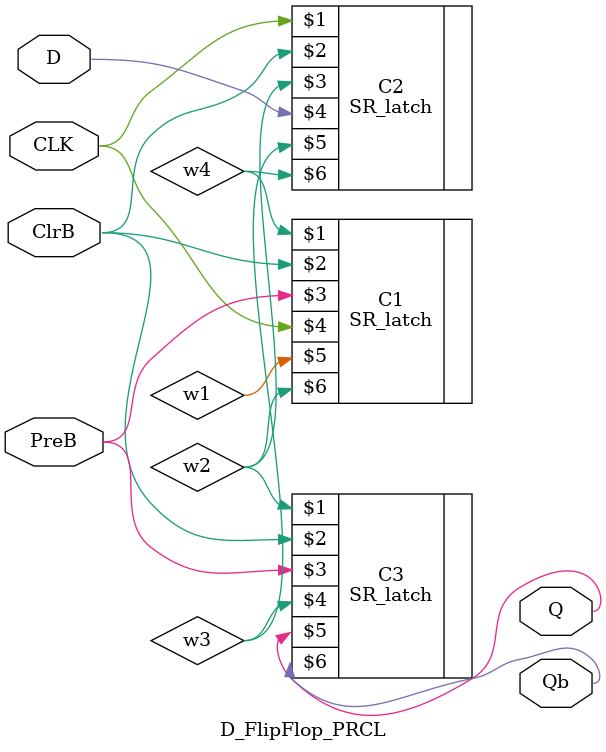
<source format=sv>
`timescale 1ns / 1ns
module D_FlipFlop_PRCL (
    input  D,
    CLK,
    PreB,
    ClrB,
    output Q,
    Qb
);
  wire w1, w2, w3, w4;
  SR_latch C1 (
      w4,
      ClrB,
      PreB,
      CLK,
      w1,
      w2
  );
  SR_latch C2 (
      CLK,
      ClrB,
      w2,
      D,
      w3,
      w4
  );
  SR_latch C3 (
      w2,
      ClrB,
      PreB,
      w3,
      Q,
      Qb
  );
endmodule


</source>
